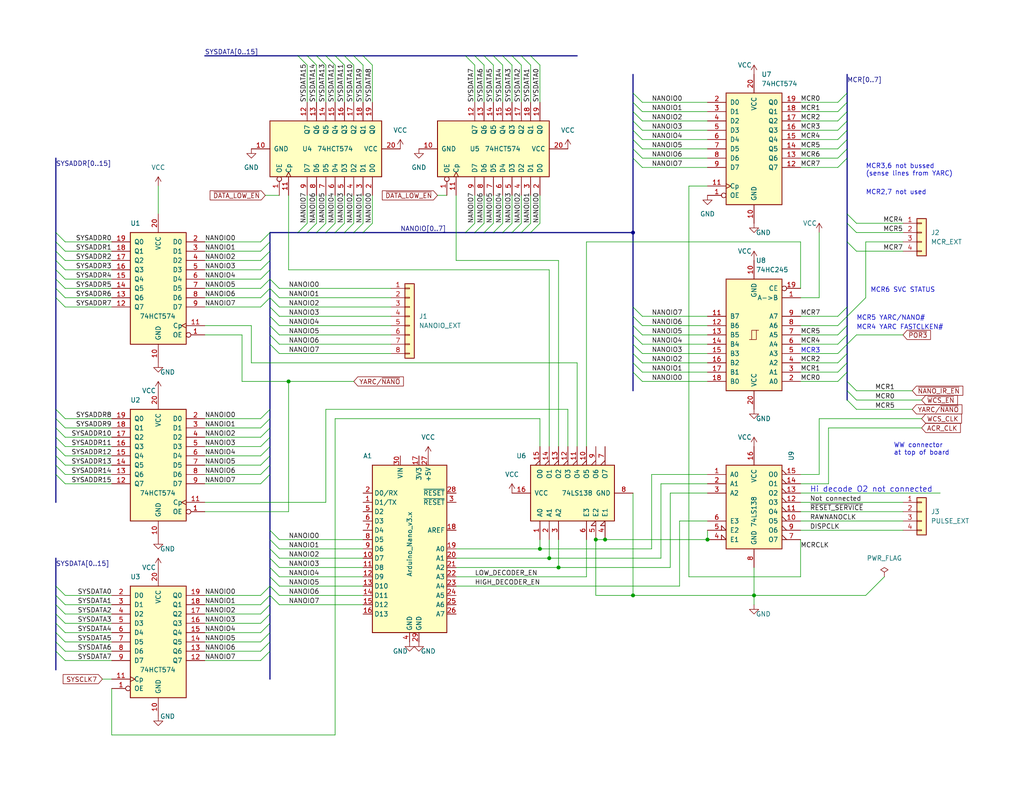
<source format=kicad_sch>
(kicad_sch (version 20211123) (generator eeschema)
  (paper "USLetter")
  (lib_symbols
    (symbol "74xx:74HC245" (pin_names (offset 1.016))
      (property "Reference" "U" (at -7.62 16.51 0))
      (property "Value" "74HC245" (at -7.62 -16.51 0))
      (symbol "74HC245_1_0"
        (polyline (pts (xy -0.635 -1.27) (xy -0.635 1.27) (xy 0.635 1.27)))
        (polyline (pts (xy -1.27 -1.27) (xy 0.635 -1.27) (xy 0.635 1.27) (xy 1.27 1.27)))
        (pin input line (at -12.7 -10.16 0) (length 5.08) (name "A->B") (number "1"))
        (pin power_in line (at 0 -20.32 90) (length 5.08) (name "GND") (number "10"))
        (pin tri_state line (at 12.7 -5.08 180) (length 5.08) (name "B7") (number "11"))
        (pin tri_state line (at 12.7 -2.54 180) (length 5.08) (name "B6") (number "12"))
        (pin tri_state line (at 12.7 0 180) (length 5.08) (name "B5") (number "13"))
        (pin tri_state line (at 12.7 2.54 180) (length 5.08) (name "B4") (number "14"))
        (pin tri_state line (at 12.7 5.08 180) (length 5.08) (name "B3") (number "15"))
        (pin tri_state line (at 12.7 7.62 180) (length 5.08) (name "B2") (number "16"))
        (pin tri_state line (at 12.7 10.16 180) (length 5.08) (name "B1") (number "17"))
        (pin tri_state line (at 12.7 12.7 180) (length 5.08) (name "B0") (number "18"))
        (pin input inverted (at -12.7 -12.7 0) (length 5.08) (name "CE") (number "19"))
        (pin tri_state line (at -12.7 12.7 0) (length 5.08) (name "A0") (number "2"))
        (pin power_in line (at 0 20.32 270) (length 5.08) (name "VCC") (number "20"))
        (pin tri_state line (at -12.7 10.16 0) (length 5.08) (name "A1") (number "3"))
        (pin tri_state line (at -12.7 7.62 0) (length 5.08) (name "A2") (number "4"))
        (pin tri_state line (at -12.7 5.08 0) (length 5.08) (name "A3") (number "5"))
        (pin tri_state line (at -12.7 2.54 0) (length 5.08) (name "A4") (number "6"))
        (pin tri_state line (at -12.7 0 0) (length 5.08) (name "A5") (number "7"))
        (pin tri_state line (at -12.7 -2.54 0) (length 5.08) (name "A6") (number "8"))
        (pin tri_state line (at -12.7 -5.08 0) (length 5.08) (name "A7") (number "9"))
      )
      (symbol "74HC245_1_1"
        (rectangle (start -7.62 15.24) (end 7.62 -15.24) (stroke (width 0.254)) (fill (type background)))
      )
    )
    (symbol "74xx:74HCT574" (pin_names (offset 1.016))
      (property "Reference" "U" (at -7.62 16.51 0))
      (property "Value" "74HCT574" (at -7.62 -16.51 0))
      (symbol "74HCT574_1_0"
        (pin input inverted (at -12.7 -12.7 0) (length 5.08) (name "OE") (number "1"))
        (pin power_in line (at 0 -20.32 90) (length 5.08) (name "GND") (number "10"))
        (pin input clock (at -12.7 -10.16 0) (length 5.08) (name "Cp") (number "11"))
        (pin tri_state line (at 12.7 -5.08 180) (length 5.08) (name "Q7") (number "12"))
        (pin tri_state line (at 12.7 -2.54 180) (length 5.08) (name "Q6") (number "13"))
        (pin tri_state line (at 12.7 0 180) (length 5.08) (name "Q5") (number "14"))
        (pin tri_state line (at 12.7 2.54 180) (length 5.08) (name "Q4") (number "15"))
        (pin tri_state line (at 12.7 5.08 180) (length 5.08) (name "Q3") (number "16"))
        (pin tri_state line (at 12.7 7.62 180) (length 5.08) (name "Q2") (number "17"))
        (pin tri_state line (at 12.7 10.16 180) (length 5.08) (name "Q1") (number "18"))
        (pin tri_state line (at 12.7 12.7 180) (length 5.08) (name "Q0") (number "19"))
        (pin input line (at -12.7 12.7 0) (length 5.08) (name "D0") (number "2"))
        (pin power_in line (at 0 20.32 270) (length 5.08) (name "VCC") (number "20"))
        (pin input line (at -12.7 10.16 0) (length 5.08) (name "D1") (number "3"))
        (pin input line (at -12.7 7.62 0) (length 5.08) (name "D2") (number "4"))
        (pin input line (at -12.7 5.08 0) (length 5.08) (name "D3") (number "5"))
        (pin input line (at -12.7 2.54 0) (length 5.08) (name "D4") (number "6"))
        (pin input line (at -12.7 0 0) (length 5.08) (name "D5") (number "7"))
        (pin input line (at -12.7 -2.54 0) (length 5.08) (name "D6") (number "8"))
        (pin input line (at -12.7 -5.08 0) (length 5.08) (name "D7") (number "9"))
      )
      (symbol "74HCT574_1_1"
        (rectangle (start -7.62 15.24) (end 7.62 -15.24) (stroke (width 0.254)) (fill (type background)))
      )
    )
    (symbol "74xx:74LS138" (pin_names (offset 1.016))
      (property "Reference" "U" (at -7.62 11.43 0))
      (property "Value" "74LS138" (at -7.62 -13.97 0))
      (symbol "74LS138_1_0"
        (pin input line (at -12.7 7.62 0) (length 5.08) (name "A0") (number "1"))
        (pin output output_low (at 12.7 -5.08 180) (length 5.08) (name "O5") (number "10"))
        (pin output output_low (at 12.7 -2.54 180) (length 5.08) (name "O4") (number "11"))
        (pin output output_low (at 12.7 0 180) (length 5.08) (name "O3") (number "12"))
        (pin output output_low (at 12.7 2.54 180) (length 5.08) (name "O2") (number "13"))
        (pin output output_low (at 12.7 5.08 180) (length 5.08) (name "O1") (number "14"))
        (pin output output_low (at 12.7 7.62 180) (length 5.08) (name "O0") (number "15"))
        (pin power_in line (at 0 15.24 270) (length 5.08) (name "VCC") (number "16"))
        (pin input line (at -12.7 5.08 0) (length 5.08) (name "A1") (number "2"))
        (pin input line (at -12.7 2.54 0) (length 5.08) (name "A2") (number "3"))
        (pin input input_low (at -12.7 -10.16 0) (length 5.08) (name "E1") (number "4"))
        (pin input input_low (at -12.7 -7.62 0) (length 5.08) (name "E2") (number "5"))
        (pin input line (at -12.7 -5.08 0) (length 5.08) (name "E3") (number "6"))
        (pin output output_low (at 12.7 -10.16 180) (length 5.08) (name "O7") (number "7"))
        (pin power_in line (at 0 -17.78 90) (length 5.08) (name "GND") (number "8"))
        (pin output output_low (at 12.7 -7.62 180) (length 5.08) (name "O6") (number "9"))
      )
      (symbol "74LS138_1_1"
        (rectangle (start -7.62 10.16) (end 7.62 -12.7) (stroke (width 0.254)) (fill (type background)))
      )
    )
    (symbol "Connector_Generic:Conn_01x04" (pin_names (offset 1.016) hide)
      (property "Reference" "J" (at 0 5.08 0))
      (property "Value" "Conn_01x04" (at 0 -7.62 0))
      (symbol "Conn_01x04_1_1"
        (rectangle (start -1.27 -4.953) (end 0 -5.207) (stroke (width 0.1524)))
        (rectangle (start -1.27 -2.413) (end 0 -2.667) (stroke (width 0.1524)))
        (rectangle (start -1.27 0.127) (end 0 -0.127) (stroke (width 0.1524)))
        (rectangle (start -1.27 2.667) (end 0 2.413) (stroke (width 0.1524)))
        (rectangle (start -1.27 3.81) (end 1.27 -6.35) (stroke (width 0.254)) (fill (type background)))
        (pin passive line (at -5.08 2.54 0) (length 3.81) (name "Pin_1") (number "1"))
        (pin passive line (at -5.08 0 0) (length 3.81) (name "Pin_2") (number "2"))
        (pin passive line (at -5.08 -2.54 0) (length 3.81) (name "Pin_3") (number "3"))
        (pin passive line (at -5.08 -5.08 0) (length 3.81) (name "Pin_4") (number "4"))
      )
    )
    (symbol "Connector_Generic:Conn_01x08" (pin_names (offset 1.016) hide)
      (property "Reference" "J" (at 0 10.16 0))
      (property "Value" "Conn_01x08" (at 0 -12.7 0))
      (symbol "Conn_01x08_1_1"
        (rectangle (start -1.27 -10.033) (end 0 -10.287) (stroke (width 0.1524)))
        (rectangle (start -1.27 -7.493) (end 0 -7.747) (stroke (width 0.1524)))
        (rectangle (start -1.27 -4.953) (end 0 -5.207) (stroke (width 0.1524)))
        (rectangle (start -1.27 -2.413) (end 0 -2.667) (stroke (width 0.1524)))
        (rectangle (start -1.27 0.127) (end 0 -0.127) (stroke (width 0.1524)))
        (rectangle (start -1.27 2.667) (end 0 2.413) (stroke (width 0.1524)))
        (rectangle (start -1.27 5.207) (end 0 4.953) (stroke (width 0.1524)))
        (rectangle (start -1.27 7.747) (end 0 7.493) (stroke (width 0.1524)))
        (rectangle (start -1.27 8.89) (end 1.27 -11.43) (stroke (width 0.254)) (fill (type background)))
        (pin passive line (at -5.08 7.62 0) (length 3.81) (name "Pin_1") (number "1"))
        (pin passive line (at -5.08 5.08 0) (length 3.81) (name "Pin_2") (number "2"))
        (pin passive line (at -5.08 2.54 0) (length 3.81) (name "Pin_3") (number "3"))
        (pin passive line (at -5.08 0 0) (length 3.81) (name "Pin_4") (number "4"))
        (pin passive line (at -5.08 -2.54 0) (length 3.81) (name "Pin_5") (number "5"))
        (pin passive line (at -5.08 -5.08 0) (length 3.81) (name "Pin_6") (number "6"))
        (pin passive line (at -5.08 -7.62 0) (length 3.81) (name "Pin_7") (number "7"))
        (pin passive line (at -5.08 -10.16 0) (length 3.81) (name "Pin_8") (number "8"))
      )
    )
    (symbol "MCU_Module:Arduino_Nano_v3.x"
      (property "Reference" "A" (at -10.16 23.495 0))
      (property "Value" "Arduino_Nano_v3.x" (at 5.08 -24.13 0))
      (symbol "Arduino_Nano_v3.x_0_1"
        (rectangle (start -10.16 22.86) (end 10.16 -22.86) (stroke (width 0.254)) (fill (type background)))
      )
      (symbol "Arduino_Nano_v3.x_1_1"
        (pin bidirectional line (at -12.7 12.7 0) (length 2.54) (name "D1/TX") (number "1"))
        (pin bidirectional line (at -12.7 -2.54 0) (length 2.54) (name "D7") (number "10"))
        (pin bidirectional line (at -12.7 -5.08 0) (length 2.54) (name "D8") (number "11"))
        (pin bidirectional line (at -12.7 -7.62 0) (length 2.54) (name "D9") (number "12"))
        (pin bidirectional line (at -12.7 -10.16 0) (length 2.54) (name "D10") (number "13"))
        (pin bidirectional line (at -12.7 -12.7 0) (length 2.54) (name "D11") (number "14"))
        (pin bidirectional line (at -12.7 -15.24 0) (length 2.54) (name "D12") (number "15"))
        (pin bidirectional line (at -12.7 -17.78 0) (length 2.54) (name "D13") (number "16"))
        (pin power_out line (at 2.54 25.4 270) (length 2.54) (name "3V3") (number "17"))
        (pin input line (at 12.7 5.08 180) (length 2.54) (name "AREF") (number "18"))
        (pin bidirectional line (at 12.7 0 180) (length 2.54) (name "A0") (number "19"))
        (pin bidirectional line (at -12.7 15.24 0) (length 2.54) (name "D0/RX") (number "2"))
        (pin bidirectional line (at 12.7 -2.54 180) (length 2.54) (name "A1") (number "20"))
        (pin bidirectional line (at 12.7 -5.08 180) (length 2.54) (name "A2") (number "21"))
        (pin bidirectional line (at 12.7 -7.62 180) (length 2.54) (name "A3") (number "22"))
        (pin bidirectional line (at 12.7 -10.16 180) (length 2.54) (name "A4") (number "23"))
        (pin bidirectional line (at 12.7 -12.7 180) (length 2.54) (name "A5") (number "24"))
        (pin bidirectional line (at 12.7 -15.24 180) (length 2.54) (name "A6") (number "25"))
        (pin bidirectional line (at 12.7 -17.78 180) (length 2.54) (name "A7") (number "26"))
        (pin power_out line (at 5.08 25.4 270) (length 2.54) (name "+5V") (number "27"))
        (pin input line (at 12.7 15.24 180) (length 2.54) (name "~{RESET}") (number "28"))
        (pin power_in line (at 2.54 -25.4 90) (length 2.54) (name "GND") (number "29"))
        (pin input line (at 12.7 12.7 180) (length 2.54) (name "~{RESET}") (number "3"))
        (pin power_in line (at -2.54 25.4 270) (length 2.54) (name "VIN") (number "30"))
        (pin power_in line (at 0 -25.4 90) (length 2.54) (name "GND") (number "4"))
        (pin bidirectional line (at -12.7 10.16 0) (length 2.54) (name "D2") (number "5"))
        (pin bidirectional line (at -12.7 7.62 0) (length 2.54) (name "D3") (number "6"))
        (pin bidirectional line (at -12.7 5.08 0) (length 2.54) (name "D4") (number "7"))
        (pin bidirectional line (at -12.7 2.54 0) (length 2.54) (name "D5") (number "8"))
        (pin bidirectional line (at -12.7 0 0) (length 2.54) (name "D6") (number "9"))
      )
    )
    (symbol "power:GND" (power) (pin_names (offset 0))
      (property "Value" "GND" (at 0 -3.81 0))
      (symbol "GND_0_1"
        (polyline (pts (xy 0 0) (xy 0 -1.27) (xy 1.27 -1.27) (xy 0 -2.54) (xy -1.27 -1.27) (xy 0 -1.27)))
      )
      (symbol "GND_1_1"
        (pin power_in line (at 0 0 270) (length 0) hide (name "GND") (number "1"))
      )
    )
    (symbol "power:PWR_FLAG" (power) (pin_numbers hide) (pin_names (offset 0) hide)
      (property "Value" "PWR_FLAG" (at 0 3.81 0))
      (symbol "PWR_FLAG_0_0"
        (pin power_out line (at 0 0 90) (length 0) (name "pwr") (number "1"))
      )
      (symbol "PWR_FLAG_0_1"
        (polyline (pts (xy 0 0) (xy 0 1.27) (xy -1.016 1.905) (xy 0 2.54) (xy 1.016 1.905) (xy 0 1.27)))
      )
    )
    (symbol "power:VCC" (power) (pin_names (offset 0))
      (property "Value" "VCC" (at 0 3.81 0))
      (symbol "VCC_0_1"
        (polyline (pts (xy -0.762 1.27) (xy 0 2.54)))
        (polyline (pts (xy 0 0) (xy 0 2.54)))
        (polyline (pts (xy 0 2.54) (xy 0.762 1.27)))
      )
      (symbol "VCC_1_1"
        (pin power_in line (at 0 0 90) (length 0) hide (name "VCC") (number "1"))
      )
    )
  )
  (junction (at 152.4 154.94))
  (junction (at 172.72 63.5))
  (junction (at 205.74 162.56))
  (junction (at 78.74 104.14))
  (junction (at 193.04 147.32))
  (junction (at 172.72 162.56))
  (junction (at 162.56 147.32))
  (junction (at 149.86 152.4))
  (junction (at 165.1 147.32))
  (junction (at 147.32 149.86))
  (bus_entry (at 15.24 172.72) (size 2.54 2.54))
  (bus_entry (at 231.14 30.48) (size -2.54 2.54))
  (bus_entry (at 15.24 81.28) (size 2.54 2.54))
  (bus_entry (at 73.66 172.72) (size -2.54 2.54))
  (bus_entry (at 73.66 116.84) (size -2.54 2.54))
  (bus_entry (at 99.06 15.24) (size 2.54 2.54))
  (bus_entry (at 172.72 33.02) (size 2.54 2.54))
  (bus_entry (at 15.24 160.02) (size 2.54 2.54))
  (bus_entry (at 73.66 86.36) (size 2.54 2.54))
  (bus_entry (at 137.16 15.24) (size 2.54 2.54))
  (bus_entry (at 73.66 129.54) (size -2.54 2.54))
  (bus_entry (at 73.66 147.32) (size 2.54 2.54))
  (bus_entry (at 172.72 99.06) (size 2.54 2.54))
  (bus_entry (at 172.72 88.9) (size 2.54 2.54))
  (bus_entry (at 81.28 63.5) (size 2.54 -2.54))
  (bus_entry (at 172.72 27.94) (size 2.54 2.54))
  (bus_entry (at 73.66 177.8) (size -2.54 2.54))
  (bus_entry (at 15.24 127) (size 2.54 2.54))
  (bus_entry (at 132.08 63.5) (size 2.54 -2.54))
  (bus_entry (at 15.24 129.54) (size 2.54 2.54))
  (bus_entry (at 172.72 96.52) (size 2.54 2.54))
  (bus_entry (at 73.66 149.86) (size 2.54 2.54))
  (bus_entry (at 231.14 109.22) (size 2.54 2.54))
  (bus_entry (at 231.14 40.64) (size -2.54 2.54))
  (bus_entry (at 231.14 106.68) (size 2.54 2.54))
  (bus_entry (at 93.98 63.5) (size 2.54 -2.54))
  (bus_entry (at 231.14 35.56) (size -2.54 2.54))
  (bus_entry (at 73.66 66.04) (size -2.54 2.54))
  (bus_entry (at 73.66 170.18) (size -2.54 2.54))
  (bus_entry (at 83.82 63.5) (size 2.54 -2.54))
  (bus_entry (at 231.14 66.04) (size 2.54 2.54))
  (bus_entry (at 15.24 114.3) (size 2.54 2.54))
  (bus_entry (at 172.72 101.6) (size 2.54 2.54))
  (bus_entry (at 73.66 71.12) (size -2.54 2.54))
  (bus_entry (at 88.9 15.24) (size 2.54 2.54))
  (bus_entry (at 127 63.5) (size 2.54 -2.54))
  (bus_entry (at 73.66 154.94) (size 2.54 2.54))
  (bus_entry (at 172.72 86.36) (size 2.54 2.54))
  (bus_entry (at 73.66 93.98) (size 2.54 2.54))
  (bus_entry (at 93.98 15.24) (size 2.54 2.54))
  (bus_entry (at 15.24 111.76) (size 2.54 2.54))
  (bus_entry (at 73.66 114.3) (size -2.54 2.54))
  (bus_entry (at 73.66 91.44) (size 2.54 2.54))
  (bus_entry (at 73.66 78.74) (size 2.54 2.54))
  (bus_entry (at 91.44 63.5) (size 2.54 -2.54))
  (bus_entry (at 73.66 68.58) (size -2.54 2.54))
  (bus_entry (at 86.36 63.5) (size 2.54 -2.54))
  (bus_entry (at 172.72 35.56) (size 2.54 2.54))
  (bus_entry (at 73.66 124.46) (size -2.54 2.54))
  (bus_entry (at 73.66 81.28) (size -2.54 2.54))
  (bus_entry (at 86.36 15.24) (size 2.54 2.54))
  (bus_entry (at 142.24 15.24) (size 2.54 2.54))
  (bus_entry (at 73.66 144.78) (size 2.54 2.54))
  (bus_entry (at 172.72 30.48) (size 2.54 2.54))
  (bus_entry (at 96.52 63.5) (size 2.54 -2.54))
  (bus_entry (at 15.24 63.5) (size 2.54 2.54))
  (bus_entry (at 15.24 73.66) (size 2.54 2.54))
  (bus_entry (at 73.66 127) (size -2.54 2.54))
  (bus_entry (at 172.72 91.44) (size 2.54 2.54))
  (bus_entry (at 73.66 76.2) (size -2.54 2.54))
  (bus_entry (at 139.7 63.5) (size 2.54 -2.54))
  (bus_entry (at 129.54 15.24) (size 2.54 2.54))
  (bus_entry (at 73.66 78.74) (size -2.54 2.54))
  (bus_entry (at 73.66 175.26) (size -2.54 2.54))
  (bus_entry (at 172.72 43.18) (size 2.54 2.54))
  (bus_entry (at 231.14 60.96) (size 2.54 2.54))
  (bus_entry (at 73.66 167.64) (size -2.54 2.54))
  (bus_entry (at 15.24 165.1) (size 2.54 2.54))
  (bus_entry (at 172.72 40.64) (size 2.54 2.54))
  (bus_entry (at 73.66 157.48) (size 2.54 2.54))
  (bus_entry (at 231.14 96.52) (size -2.54 2.54))
  (bus_entry (at 172.72 83.82) (size 2.54 2.54))
  (bus_entry (at 73.66 111.76) (size -2.54 2.54))
  (bus_entry (at 15.24 66.04) (size 2.54 2.54))
  (bus_entry (at 139.7 15.24) (size 2.54 2.54))
  (bus_entry (at 132.08 15.24) (size 2.54 2.54))
  (bus_entry (at 15.24 116.84) (size 2.54 2.54))
  (bus_entry (at 144.78 15.24) (size 2.54 2.54))
  (bus_entry (at 15.24 71.12) (size 2.54 2.54))
  (bus_entry (at 99.06 63.5) (size 2.54 -2.54))
  (bus_entry (at 134.62 15.24) (size 2.54 2.54))
  (bus_entry (at 15.24 177.8) (size 2.54 2.54))
  (bus_entry (at 172.72 93.98) (size 2.54 2.54))
  (bus_entry (at 73.66 162.56) (size -2.54 2.54))
  (bus_entry (at 134.62 63.5) (size 2.54 -2.54))
  (bus_entry (at 73.66 81.28) (size 2.54 2.54))
  (bus_entry (at 172.72 38.1) (size 2.54 2.54))
  (bus_entry (at 231.14 38.1) (size -2.54 2.54))
  (bus_entry (at 83.82 15.24) (size 2.54 2.54))
  (bus_entry (at 91.44 15.24) (size 2.54 2.54))
  (bus_entry (at 73.66 119.38) (size -2.54 2.54))
  (bus_entry (at 88.9 63.5) (size 2.54 -2.54))
  (bus_entry (at 15.24 170.18) (size 2.54 2.54))
  (bus_entry (at 15.24 76.2) (size 2.54 2.54))
  (bus_entry (at 15.24 78.74) (size 2.54 2.54))
  (bus_entry (at 73.66 76.2) (size 2.54 2.54))
  (bus_entry (at 73.66 165.1) (size -2.54 2.54))
  (bus_entry (at 172.72 25.4) (size 2.54 2.54))
  (bus_entry (at 15.24 175.26) (size 2.54 2.54))
  (bus_entry (at 231.14 91.44) (size -2.54 2.54))
  (bus_entry (at 231.14 104.14) (size 2.54 2.54))
  (bus_entry (at 73.66 160.02) (size -2.54 2.54))
  (bus_entry (at 73.66 162.56) (size 2.54 2.54))
  (bus_entry (at 127 15.24) (size 2.54 2.54))
  (bus_entry (at 15.24 124.46) (size 2.54 2.54))
  (bus_entry (at 15.24 162.56) (size 2.54 2.54))
  (bus_entry (at 231.14 25.4) (size -2.54 2.54))
  (bus_entry (at 231.14 27.94) (size -2.54 2.54))
  (bus_entry (at 73.66 83.82) (size 2.54 2.54))
  (bus_entry (at 73.66 88.9) (size 2.54 2.54))
  (bus_entry (at 96.52 15.24) (size 2.54 2.54))
  (bus_entry (at 15.24 167.64) (size 2.54 2.54))
  (bus_entry (at 144.78 63.5) (size 2.54 -2.54))
  (bus_entry (at 231.14 43.18) (size -2.54 2.54))
  (bus_entry (at 73.66 152.4) (size 2.54 2.54))
  (bus_entry (at 231.14 83.82) (size -2.54 2.54))
  (bus_entry (at 81.28 15.24) (size 2.54 2.54))
  (bus_entry (at 231.14 99.06) (size -2.54 2.54))
  (bus_entry (at 15.24 121.92) (size 2.54 2.54))
  (bus_entry (at 73.66 121.92) (size -2.54 2.54))
  (bus_entry (at 73.66 160.02) (size 2.54 2.54))
  (bus_entry (at 137.16 63.5) (size 2.54 -2.54))
  (bus_entry (at 142.24 63.5) (size 2.54 -2.54))
  (bus_entry (at 73.66 63.5) (size -2.54 2.54))
  (bus_entry (at 73.66 73.66) (size -2.54 2.54))
  (bus_entry (at 231.14 58.42) (size 2.54 2.54))
  (bus_entry (at 15.24 119.38) (size 2.54 2.54))
  (bus_entry (at 231.14 88.9) (size -2.54 2.54))
  (bus_entry (at 15.24 68.58) (size 2.54 2.54))
  (bus_entry (at 231.14 33.02) (size -2.54 2.54))
  (bus_entry (at 231.14 101.6) (size -2.54 2.54))
  (bus_entry (at 129.54 63.5) (size 2.54 -2.54))
  (wire (pts (xy 71.12 177.8) (xy 55.88 177.8)))
  (wire (pts (xy 134.62 17.78) (xy 134.62 27.94)))
  (wire (pts (xy 137.16 17.78) (xy 137.16 27.94)))
  (bus (pts (xy 15.24 111.76) (xy 15.24 114.3)))
  (bus (pts (xy 132.08 15.24) (xy 134.62 15.24)))
  (wire (pts (xy 78.74 73.66) (xy 149.86 73.66)))
  (wire (pts (xy 233.68 68.58) (xy 246.38 68.58)))
  (bus (pts (xy 86.36 15.24) (xy 88.9 15.24)))
  (bus (pts (xy 15.24 78.74) (xy 15.24 81.28)))
  (wire (pts (xy 129.54 17.78) (xy 129.54 27.94)))
  (bus (pts (xy 73.66 121.92) (xy 73.66 124.46)))
  (wire (pts (xy 76.2 154.94) (xy 99.06 154.94)))
  (bus (pts (xy 81.28 15.24) (xy 83.82 15.24)))
  (bus (pts (xy 142.24 15.24) (xy 144.78 15.24)))
  (bus (pts (xy 132.08 63.5) (xy 129.54 63.5)))
  (wire (pts (xy 83.82 17.78) (xy 83.82 27.94)))
  (wire (pts (xy 226.06 116.84) (xy 226.06 132.08)))
  (bus (pts (xy 172.72 86.36) (xy 172.72 88.9)))
  (bus (pts (xy 15.24 170.18) (xy 15.24 172.72)))
  (bus (pts (xy 231.14 30.48) (xy 231.14 33.02)))
  (wire (pts (xy 175.26 27.94) (xy 193.04 27.94)))
  (bus (pts (xy 55.88 15.24) (xy 81.28 15.24)))
  (wire (pts (xy 76.2 86.36) (xy 106.68 86.36)))
  (bus (pts (xy 231.14 91.44) (xy 231.14 96.52)))
  (wire (pts (xy 76.2 157.48) (xy 99.06 157.48)))
  (bus (pts (xy 73.66 149.86) (xy 73.66 152.4)))
  (bus (pts (xy 88.9 63.5) (xy 86.36 63.5)))
  (bus (pts (xy 15.24 129.54) (xy 15.24 137.16)))
  (wire (pts (xy 175.26 88.9) (xy 193.04 88.9)))
  (wire (pts (xy 132.08 60.96) (xy 132.08 53.34)))
  (wire (pts (xy 218.44 134.62) (xy 256.54 134.62)))
  (wire (pts (xy 139.7 60.96) (xy 139.7 53.34)))
  (bus (pts (xy 231.14 83.82) (xy 231.14 88.9)))
  (bus (pts (xy 73.66 167.64) (xy 73.66 170.18)))
  (wire (pts (xy 175.26 35.56) (xy 193.04 35.56)))
  (wire (pts (xy 236.22 66.04) (xy 236.22 81.28)))
  (wire (pts (xy 228.6 93.98) (xy 218.44 93.98)))
  (wire (pts (xy 218.44 96.52) (xy 228.6 96.52)))
  (wire (pts (xy 66.04 104.14) (xy 78.74 104.14)))
  (bus (pts (xy 73.66 68.58) (xy 73.66 71.12)))
  (bus (pts (xy 231.14 58.42) (xy 231.14 60.96)))
  (wire (pts (xy 175.26 86.36) (xy 193.04 86.36)))
  (wire (pts (xy 78.74 53.34) (xy 78.74 73.66)))
  (bus (pts (xy 15.24 81.28) (xy 15.24 111.76)))
  (wire (pts (xy 193.04 144.78) (xy 193.04 147.32)))
  (wire (pts (xy 71.12 175.26) (xy 55.88 175.26)))
  (wire (pts (xy 17.78 162.56) (xy 30.48 162.56)))
  (wire (pts (xy 76.2 96.52) (xy 106.68 96.52)))
  (wire (pts (xy 17.78 68.58) (xy 30.48 68.58)))
  (bus (pts (xy 172.72 38.1) (xy 172.72 40.64)))
  (bus (pts (xy 93.98 15.24) (xy 96.52 15.24)))
  (wire (pts (xy 172.72 162.56) (xy 162.56 162.56)))
  (wire (pts (xy 228.6 35.56) (xy 218.44 35.56)))
  (wire (pts (xy 17.78 76.2) (xy 30.48 76.2)))
  (wire (pts (xy 17.78 172.72) (xy 30.48 172.72)))
  (wire (pts (xy 17.78 81.28) (xy 30.48 81.28)))
  (bus (pts (xy 231.14 96.52) (xy 231.14 99.06)))
  (wire (pts (xy 233.68 63.5) (xy 246.38 63.5)))
  (bus (pts (xy 73.66 170.18) (xy 73.66 172.72)))
  (wire (pts (xy 17.78 170.18) (xy 30.48 170.18)))
  (bus (pts (xy 231.14 27.94) (xy 231.14 30.48)))
  (wire (pts (xy 78.74 139.7) (xy 78.74 104.14)))
  (wire (pts (xy 185.42 142.24) (xy 193.04 142.24)))
  (wire (pts (xy 149.86 73.66) (xy 149.86 121.92)))
  (wire (pts (xy 30.48 200.66) (xy 30.48 187.96)))
  (bus (pts (xy 73.66 119.38) (xy 73.66 121.92)))
  (bus (pts (xy 139.7 15.24) (xy 142.24 15.24)))
  (wire (pts (xy 17.78 167.64) (xy 30.48 167.64)))
  (bus (pts (xy 73.66 160.02) (xy 73.66 162.56)))
  (wire (pts (xy 160.02 157.48) (xy 160.02 147.32)))
  (wire (pts (xy 68.58 88.9) (xy 68.58 99.06)))
  (wire (pts (xy 147.32 114.3) (xy 91.44 114.3)))
  (wire (pts (xy 91.44 114.3) (xy 91.44 200.66)))
  (bus (pts (xy 15.24 121.92) (xy 15.24 124.46)))
  (bus (pts (xy 172.72 93.98) (xy 172.72 96.52)))
  (bus (pts (xy 99.06 15.24) (xy 127 15.24)))
  (wire (pts (xy 71.12 170.18) (xy 55.88 170.18)))
  (bus (pts (xy 142.24 63.5) (xy 139.7 63.5)))
  (bus (pts (xy 134.62 15.24) (xy 137.16 15.24)))
  (bus (pts (xy 88.9 15.24) (xy 91.44 15.24)))
  (wire (pts (xy 177.8 129.54) (xy 177.8 149.86)))
  (bus (pts (xy 172.72 27.94) (xy 172.72 30.48)))
  (wire (pts (xy 218.44 66.04) (xy 160.02 66.04)))
  (wire (pts (xy 228.6 86.36) (xy 218.44 86.36)))
  (bus (pts (xy 231.14 38.1) (xy 231.14 40.64)))
  (wire (pts (xy 142.24 60.96) (xy 142.24 53.34)))
  (bus (pts (xy 73.66 114.3) (xy 73.66 116.84)))
  (wire (pts (xy 17.78 78.74) (xy 30.48 78.74)))
  (bus (pts (xy 231.14 40.64) (xy 231.14 43.18)))
  (bus (pts (xy 83.82 63.5) (xy 81.28 63.5)))
  (bus (pts (xy 137.16 15.24) (xy 139.7 15.24)))
  (wire (pts (xy 93.98 17.78) (xy 93.98 27.94)))
  (wire (pts (xy 76.2 83.82) (xy 106.68 83.82)))
  (wire (pts (xy 218.44 139.7) (xy 246.38 139.7)))
  (bus (pts (xy 73.66 78.74) (xy 73.66 81.28)))
  (bus (pts (xy 231.14 35.56) (xy 231.14 38.1)))
  (bus (pts (xy 231.14 66.04) (xy 231.14 83.82)))
  (wire (pts (xy 228.6 33.02) (xy 218.44 33.02)))
  (wire (pts (xy 157.48 99.06) (xy 157.48 121.92)))
  (wire (pts (xy 147.32 17.78) (xy 147.32 27.94)))
  (bus (pts (xy 15.24 68.58) (xy 15.24 71.12)))
  (wire (pts (xy 233.68 106.68) (xy 248.92 106.68)))
  (bus (pts (xy 15.24 73.66) (xy 15.24 76.2)))
  (wire (pts (xy 147.32 60.96) (xy 147.32 53.34)))
  (wire (pts (xy 246.38 66.04) (xy 236.22 66.04)))
  (wire (pts (xy 129.54 60.96) (xy 129.54 53.34)))
  (wire (pts (xy 17.78 177.8) (xy 30.48 177.8)))
  (bus (pts (xy 15.24 76.2) (xy 15.24 78.74)))
  (bus (pts (xy 172.72 83.82) (xy 172.72 86.36)))
  (wire (pts (xy 228.6 30.48) (xy 218.44 30.48)))
  (bus (pts (xy 139.7 63.5) (xy 137.16 63.5)))
  (bus (pts (xy 73.66 162.56) (xy 73.66 165.1)))
  (wire (pts (xy 124.46 149.86) (xy 147.32 149.86)))
  (bus (pts (xy 73.66 71.12) (xy 73.66 73.66)))
  (bus (pts (xy 144.78 63.5) (xy 172.72 63.5)))
  (bus (pts (xy 15.24 175.26) (xy 15.24 177.8)))
  (wire (pts (xy 162.56 147.32) (xy 165.1 147.32)))
  (bus (pts (xy 172.72 96.52) (xy 172.72 99.06)))
  (wire (pts (xy 71.12 162.56) (xy 55.88 162.56)))
  (bus (pts (xy 73.66 66.04) (xy 73.66 68.58)))
  (bus (pts (xy 73.66 76.2) (xy 73.66 78.74)))
  (wire (pts (xy 96.52 60.96) (xy 96.52 53.34)))
  (wire (pts (xy 17.78 71.12) (xy 30.48 71.12)))
  (wire (pts (xy 17.78 114.3) (xy 30.48 114.3)))
  (wire (pts (xy 78.74 104.14) (xy 96.52 104.14)))
  (bus (pts (xy 172.72 40.64) (xy 172.72 43.18)))
  (bus (pts (xy 129.54 15.24) (xy 132.08 15.24)))
  (bus (pts (xy 73.66 172.72) (xy 73.66 175.26)))
  (bus (pts (xy 15.24 116.84) (xy 15.24 119.38)))
  (wire (pts (xy 55.88 137.16) (xy 88.9 137.16)))
  (wire (pts (xy 251.46 114.3) (xy 223.52 114.3)))
  (wire (pts (xy 223.52 81.28) (xy 223.52 63.5)))
  (bus (pts (xy 73.66 157.48) (xy 73.66 160.02)))
  (wire (pts (xy 71.12 116.84) (xy 55.88 116.84)))
  (wire (pts (xy 71.12 114.3) (xy 55.88 114.3)))
  (wire (pts (xy 124.46 71.12) (xy 152.4 71.12)))
  (wire (pts (xy 228.6 45.72) (xy 218.44 45.72)))
  (bus (pts (xy 231.14 43.18) (xy 231.14 58.42)))
  (bus (pts (xy 73.66 129.54) (xy 73.66 144.78)))
  (wire (pts (xy 17.78 121.92) (xy 30.48 121.92)))
  (wire (pts (xy 71.12 172.72) (xy 55.88 172.72)))
  (bus (pts (xy 231.14 33.02) (xy 231.14 35.56)))
  (wire (pts (xy 152.4 71.12) (xy 152.4 121.92)))
  (bus (pts (xy 73.66 177.8) (xy 73.66 185.42)))
  (wire (pts (xy 124.46 154.94) (xy 152.4 154.94)))
  (bus (pts (xy 231.14 25.4) (xy 231.14 27.94)))
  (bus (pts (xy 73.66 86.36) (xy 73.66 88.9)))
  (wire (pts (xy 88.9 111.76) (xy 154.94 111.76)))
  (wire (pts (xy 71.12 165.1) (xy 55.88 165.1)))
  (bus (pts (xy 231.14 20.32) (xy 231.14 25.4)))
  (wire (pts (xy 17.78 116.84) (xy 30.48 116.84)))
  (wire (pts (xy 76.2 88.9) (xy 106.68 88.9)))
  (bus (pts (xy 15.24 63.5) (xy 15.24 66.04)))
  (wire (pts (xy 71.12 71.12) (xy 55.88 71.12)))
  (bus (pts (xy 15.24 160.02) (xy 15.24 162.56)))
  (bus (pts (xy 172.72 101.6) (xy 172.72 106.68)))
  (wire (pts (xy 251.46 116.84) (xy 226.06 116.84)))
  (wire (pts (xy 71.12 124.46) (xy 55.88 124.46)))
  (bus (pts (xy 73.66 91.44) (xy 73.66 93.98)))
  (wire (pts (xy 88.9 60.96) (xy 88.9 53.34)))
  (bus (pts (xy 15.24 119.38) (xy 15.24 121.92)))
  (wire (pts (xy 228.6 27.94) (xy 218.44 27.94)))
  (bus (pts (xy 15.24 162.56) (xy 15.24 165.1)))
  (wire (pts (xy 76.2 149.86) (xy 99.06 149.86)))
  (bus (pts (xy 172.72 63.5) (xy 172.72 83.82)))
  (bus (pts (xy 15.24 66.04) (xy 15.24 68.58)))
  (wire (pts (xy 165.1 147.32) (xy 193.04 147.32)))
  (wire (pts (xy 175.26 93.98) (xy 193.04 93.98)))
  (wire (pts (xy 218.44 137.16) (xy 246.38 137.16)))
  (bus (pts (xy 172.72 43.18) (xy 172.72 63.5)))
  (wire (pts (xy 182.88 154.94) (xy 152.4 154.94)))
  (wire (pts (xy 144.78 17.78) (xy 144.78 27.94)))
  (wire (pts (xy 71.12 132.08) (xy 55.88 132.08)))
  (bus (pts (xy 231.14 99.06) (xy 231.14 101.6)))
  (wire (pts (xy 154.94 111.76) (xy 154.94 121.92)))
  (wire (pts (xy 218.44 157.48) (xy 187.96 157.48)))
  (wire (pts (xy 205.74 162.56) (xy 172.72 162.56)))
  (bus (pts (xy 73.66 83.82) (xy 73.66 86.36)))
  (wire (pts (xy 132.08 17.78) (xy 132.08 27.94)))
  (bus (pts (xy 172.72 35.56) (xy 172.72 38.1)))
  (wire (pts (xy 101.6 17.78) (xy 101.6 27.94)))
  (bus (pts (xy 172.72 91.44) (xy 172.72 93.98)))
  (wire (pts (xy 71.12 81.28) (xy 55.88 81.28)))
  (bus (pts (xy 15.24 167.64) (xy 15.24 170.18)))
  (bus (pts (xy 172.72 88.9) (xy 172.72 91.44)))
  (wire (pts (xy 160.02 66.04) (xy 160.02 121.92)))
  (bus (pts (xy 231.14 104.14) (xy 231.14 106.68)))
  (wire (pts (xy 17.78 129.54) (xy 30.48 129.54)))
  (wire (pts (xy 93.98 60.96) (xy 93.98 53.34)))
  (wire (pts (xy 147.32 121.92) (xy 147.32 114.3)))
  (wire (pts (xy 76.2 160.02) (xy 99.06 160.02)))
  (wire (pts (xy 88.9 17.78) (xy 88.9 27.94)))
  (wire (pts (xy 55.88 139.7) (xy 78.74 139.7)))
  (wire (pts (xy 91.44 17.78) (xy 91.44 27.94)))
  (wire (pts (xy 180.34 152.4) (xy 149.86 152.4)))
  (bus (pts (xy 15.24 71.12) (xy 15.24 73.66)))
  (wire (pts (xy 175.26 101.6) (xy 193.04 101.6)))
  (bus (pts (xy 231.14 60.96) (xy 231.14 66.04)))
  (bus (pts (xy 231.14 101.6) (xy 231.14 104.14)))
  (bus (pts (xy 81.28 63.5) (xy 73.66 63.5)))
  (wire (pts (xy 17.78 119.38) (xy 30.48 119.38)))
  (wire (pts (xy 17.78 124.46) (xy 30.48 124.46)))
  (wire (pts (xy 68.58 99.06) (xy 157.48 99.06)))
  (bus (pts (xy 96.52 15.24) (xy 99.06 15.24)))
  (bus (pts (xy 172.72 30.48) (xy 172.72 33.02)))
  (wire (pts (xy 175.26 96.52) (xy 193.04 96.52)))
  (bus (pts (xy 15.24 43.18) (xy 15.24 63.5)))
  (wire (pts (xy 175.26 45.72) (xy 193.04 45.72)))
  (bus (pts (xy 172.72 25.4) (xy 172.72 27.94)))
  (bus (pts (xy 15.24 152.4) (xy 15.24 160.02)))
  (bus (pts (xy 73.66 63.5) (xy 73.66 66.04)))
  (wire (pts (xy 43.18 50.8) (xy 43.18 58.42)))
  (wire (pts (xy 218.44 144.78) (xy 246.38 144.78)))
  (wire (pts (xy 76.2 93.98) (xy 106.68 93.98)))
  (wire (pts (xy 76.2 162.56) (xy 99.06 162.56)))
  (wire (pts (xy 71.12 83.82) (xy 55.88 83.82)))
  (wire (pts (xy 71.12 119.38) (xy 55.88 119.38)))
  (bus (pts (xy 172.72 33.02) (xy 172.72 35.56)))
  (bus (pts (xy 144.78 15.24) (xy 157.48 15.24)))
  (bus (pts (xy 15.24 124.46) (xy 15.24 127)))
  (wire (pts (xy 91.44 200.66) (xy 30.48 200.66)))
  (wire (pts (xy 175.26 40.64) (xy 193.04 40.64)))
  (wire (pts (xy 124.46 157.48) (xy 160.02 157.48)))
  (wire (pts (xy 147.32 149.86) (xy 147.32 147.32)))
  (wire (pts (xy 99.06 17.78) (xy 99.06 27.94)))
  (wire (pts (xy 218.44 142.24) (xy 246.38 142.24)))
  (wire (pts (xy 228.6 40.64) (xy 218.44 40.64)))
  (wire (pts (xy 205.74 154.94) (xy 205.74 162.56)))
  (wire (pts (xy 76.2 165.1) (xy 99.06 165.1)))
  (wire (pts (xy 71.12 78.74) (xy 55.88 78.74)))
  (wire (pts (xy 228.6 104.14) (xy 218.44 104.14)))
  (wire (pts (xy 96.52 17.78) (xy 96.52 27.94)))
  (wire (pts (xy 55.88 91.44) (xy 66.04 91.44)))
  (wire (pts (xy 17.78 127) (xy 30.48 127)))
  (wire (pts (xy 187.96 157.48) (xy 187.96 50.8)))
  (wire (pts (xy 218.44 78.74) (xy 218.44 66.04)))
  (wire (pts (xy 17.78 132.08) (xy 30.48 132.08)))
  (wire (pts (xy 71.12 167.64) (xy 55.88 167.64)))
  (bus (pts (xy 73.66 73.66) (xy 73.66 76.2)))
  (bus (pts (xy 86.36 63.5) (xy 83.82 63.5)))
  (wire (pts (xy 71.12 129.54) (xy 55.88 129.54)))
  (bus (pts (xy 231.14 106.68) (xy 231.14 109.22)))
  (wire (pts (xy 193.04 134.62) (xy 182.88 134.62)))
  (wire (pts (xy 162.56 162.56) (xy 162.56 147.32)))
  (wire (pts (xy 76.2 91.44) (xy 106.68 91.44)))
  (wire (pts (xy 182.88 134.62) (xy 182.88 154.94)))
  (wire (pts (xy 17.78 66.04) (xy 30.48 66.04)))
  (wire (pts (xy 236.22 162.56) (xy 241.3 157.48)))
  (wire (pts (xy 233.68 111.76) (xy 248.92 111.76)))
  (bus (pts (xy 15.24 114.3) (xy 15.24 116.84)))
  (wire (pts (xy 76.2 147.32) (xy 99.06 147.32)))
  (wire (pts (xy 17.78 73.66) (xy 30.48 73.66)))
  (wire (pts (xy 152.4 154.94) (xy 152.4 147.32)))
  (bus (pts (xy 73.66 111.76) (xy 73.66 114.3)))
  (bus (pts (xy 73.66 81.28) (xy 73.66 83.82)))
  (wire (pts (xy 228.6 43.18) (xy 218.44 43.18)))
  (wire (pts (xy 134.62 60.96) (xy 134.62 53.34)))
  (wire (pts (xy 71.12 66.04) (xy 55.88 66.04)))
  (wire (pts (xy 218.44 132.08) (xy 226.06 132.08)))
  (wire (pts (xy 218.44 81.28) (xy 223.52 81.28)))
  (bus (pts (xy 73.66 152.4) (xy 73.66 154.94)))
  (bus (pts (xy 93.98 63.5) (xy 91.44 63.5)))
  (wire (pts (xy 236.22 81.28) (xy 228.6 88.9)))
  (wire (pts (xy 76.2 152.4) (xy 99.06 152.4)))
  (wire (pts (xy 180.34 132.08) (xy 180.34 152.4)))
  (wire (pts (xy 17.78 175.26) (xy 30.48 175.26)))
  (wire (pts (xy 71.12 73.66) (xy 55.88 73.66)))
  (bus (pts (xy 15.24 165.1) (xy 15.24 167.64)))
  (bus (pts (xy 144.78 63.5) (xy 142.24 63.5)))
  (bus (pts (xy 15.24 172.72) (xy 15.24 175.26)))
  (bus (pts (xy 91.44 63.5) (xy 88.9 63.5)))
  (bus (pts (xy 96.52 63.5) (xy 93.98 63.5)))
  (wire (pts (xy 228.6 88.9) (xy 218.44 88.9)))
  (wire (pts (xy 228.6 96.52) (xy 233.68 91.44)))
  (wire (pts (xy 149.86 152.4) (xy 149.86 147.32)))
  (wire (pts (xy 228.6 91.44) (xy 218.44 91.44)))
  (bus (pts (xy 73.66 88.9) (xy 73.66 91.44)))
  (wire (pts (xy 223.52 114.3) (xy 223.52 129.54)))
  (wire (pts (xy 91.44 60.96) (xy 91.44 53.34)))
  (wire (pts (xy 139.7 17.78) (xy 139.7 27.94)))
  (wire (pts (xy 101.6 60.96) (xy 101.6 53.34)))
  (wire (pts (xy 218.44 147.32) (xy 218.44 157.48)))
  (bus (pts (xy 129.54 63.5) (xy 127 63.5)))
  (bus (pts (xy 83.82 15.24) (xy 86.36 15.24)))
  (wire (pts (xy 88.9 137.16) (xy 88.9 111.76)))
  (wire (pts (xy 17.78 83.82) (xy 30.48 83.82)))
  (wire (pts (xy 144.78 60.96) (xy 144.78 53.34)))
  (wire (pts (xy 175.26 43.18) (xy 193.04 43.18)))
  (wire (pts (xy 175.26 38.1) (xy 193.04 38.1)))
  (wire (pts (xy 142.24 17.78) (xy 142.24 27.94)))
  (bus (pts (xy 172.72 20.32) (xy 172.72 25.4)))
  (wire (pts (xy 76.2 81.28) (xy 106.68 81.28)))
  (bus (pts (xy 73.66 124.46) (xy 73.66 127)))
  (wire (pts (xy 71.12 68.58) (xy 55.88 68.58)))
  (wire (pts (xy 17.78 165.1) (xy 30.48 165.1)))
  (wire (pts (xy 119.38 53.34) (xy 121.92 53.34)))
  (bus (pts (xy 231.14 88.9) (xy 231.14 91.44)))
  (wire (pts (xy 76.2 78.74) (xy 106.68 78.74)))
  (wire (pts (xy 233.68 60.96) (xy 246.38 60.96)))
  (wire (pts (xy 71.12 76.2) (xy 55.88 76.2)))
  (bus (pts (xy 99.06 63.5) (xy 127 63.5)))
  (wire (pts (xy 71.12 121.92) (xy 55.88 121.92)))
  (bus (pts (xy 15.24 177.8) (xy 15.24 182.88)))
  (bus (pts (xy 73.66 127) (xy 73.66 129.54)))
  (wire (pts (xy 83.82 60.96) (xy 83.82 53.34)))
  (wire (pts (xy 172.72 134.62) (xy 172.72 162.56)))
  (wire (pts (xy 99.06 60.96) (xy 99.06 53.34)))
  (wire (pts (xy 233.68 109.22) (xy 251.46 109.22)))
  (wire (pts (xy 193.04 129.54) (xy 177.8 129.54)))
  (bus (pts (xy 99.06 63.5) (xy 96.52 63.5)))
  (wire (pts (xy 233.68 91.44) (xy 246.38 91.44)))
  (bus (pts (xy 172.72 99.06) (xy 172.72 101.6)))
  (wire (pts (xy 66.04 91.44) (xy 66.04 104.14)))
  (wire (pts (xy 228.6 99.06) (xy 218.44 99.06)))
  (wire (pts (xy 55.88 88.9) (xy 68.58 88.9)))
  (wire (pts (xy 205.74 162.56) (xy 205.74 165.1)))
  (wire (pts (xy 175.26 104.14) (xy 193.04 104.14)))
  (wire (pts (xy 71.12 180.34) (xy 55.88 180.34)))
  (wire (pts (xy 17.78 180.34) (xy 30.48 180.34)))
  (wire (pts (xy 175.26 33.02) (xy 193.04 33.02)))
  (wire (pts (xy 175.26 99.06) (xy 193.04 99.06)))
  (wire (pts (xy 223.52 129.54) (xy 218.44 129.54)))
  (bus (pts (xy 73.66 116.84) (xy 73.66 119.38)))
  (wire (pts (xy 175.26 30.48) (xy 193.04 30.48)))
  (bus (pts (xy 91.44 15.24) (xy 93.98 15.24)))
  (wire (pts (xy 193.04 132.08) (xy 180.34 132.08)))
  (bus (pts (xy 127 15.24) (xy 129.54 15.24)))
  (bus (pts (xy 73.66 175.26) (xy 73.66 177.8)))
  (wire (pts (xy 187.96 50.8) (xy 193.04 50.8)))
  (wire (pts (xy 124.46 53.34) (xy 124.46 71.12)))
  (wire (pts (xy 137.16 60.96) (xy 137.16 53.34)))
  (wire (pts (xy 86.36 17.78) (xy 86.36 27.94)))
  (wire (pts (xy 71.12 127) (xy 55.88 127)))
  (wire (pts (xy 236.22 162.56) (xy 205.74 162.56)))
  (bus (pts (xy 73.66 93.98) (xy 73.66 111.76)))
  (bus (pts (xy 73.66 144.78) (xy 73.66 147.32)))
  (bus (pts (xy 137.16 63.5) (xy 134.62 63.5)))
  (bus (pts (xy 15.24 127) (xy 15.24 129.54)))
  (wire (pts (xy 185.42 160.02) (xy 185.42 142.24)))
  (wire (pts (xy 175.26 91.44) (xy 193.04 91.44)))
  (wire (pts (xy 228.6 101.6) (xy 218.44 101.6)))
  (bus (pts (xy 73.66 147.32) (xy 73.66 149.86)))
  (wire (pts (xy 228.6 38.1) (xy 218.44 38.1)))
  (bus (pts (xy 73.66 165.1) (xy 73.66 167.64)))
  (bus (pts (xy 134.62 63.5) (xy 132.08 63.5)))
  (wire (pts (xy 76.2 53.34) (xy 72.39 53.34)))
  (wire (pts (xy 124.46 152.4) (xy 149.86 152.4)))
  (wire (pts (xy 177.8 149.86) (xy 147.32 149.86)))
  (bus (pts (xy 73.66 154.94) (xy 73.66 157.48)))
  (wire (pts (xy 124.46 160.02) (xy 185.42 160.02)))
  (wire (pts (xy 27.94 185.42) (xy 30.48 185.42)))
  (wire (pts (xy 86.36 60.96) (xy 86.36 53.34)))
  (text "MCR3,6 not bussed\n(sense lines from YARC)" (at 236.22 48.26 0) (effects (font (size 1.27 1.27)) (justify left bottom)))
  (text "Hi decode O2 not connected" (at 220.98 134.62 0) (effects (font (size 1.524 1.524)) (justify left bottom)))
  (text "MCR5 YARC/NANO#" (at 233.68 87.63 0) (effects (font (size 1.27 1.27)) (justify left bottom)))
  (text "MCR6 SVC STATUS\n" (at 237.49 80.01 0) (effects (font (size 1.27 1.27)) (justify left bottom)))
  (text "MCR4 YARC FASTCLKEN#" (at 233.68 90.17 0) (effects (font (size 1.27 1.27)) (justify left bottom)))
  (text "MCR3" (at 218.44 96.52 0) (effects (font (size 1.27 1.27)) (justify left bottom)))
  (text "WW connector\nat top of board" (at 243.84 124.46 0) (effects (font (size 1.27 1.27)) (justify left bottom)))
  (text "MCR2,7 not used" (at 236.22 53.34 0) (effects (font (size 1.27 1.27)) (justify left bottom)))
  (label "NANOIO7" (at 177.8 86.36 0))
  (label "MCR1" (at 238.76 106.68 0))
  (label "NANOIO7" (at 83.82 60.96 90))
  (label "SYSADDR[0..15]" (at 15.24 45.72 0))
  (label "NANOIO1" (at 99.06 60.96 90))
  (label "NANOIO3" (at 55.88 170.18 0))
  (label "SYSADDR0" (at 30.48 66.04 180))
  (label "NANOIO5" (at 78.74 160.02 0))
  (label "NANOIO0" (at 78.74 147.32 0))
  (label "NANOIO1" (at 177.8 30.48 0))
  (label "SYSADDR10" (at 30.48 119.38 180))
  (label "NANOIO4" (at 78.74 88.9 0))
  (label "NANOIO2" (at 55.88 119.38 0))
  (label "SYSADDR9" (at 30.48 116.84 180))
  (label "MCR4" (at 246.38 60.96 180))
  (label "NANOIO1" (at 144.78 60.96 90))
  (label "SYSDATA15" (at 83.82 27.94 90))
  (label "NANOIO3" (at 177.8 96.52 0))
  (label "MCR7" (at 218.44 45.72 0))
  (label "NANOIO1" (at 55.88 165.1 0))
  (label "SYSADDR2" (at 30.48 71.12 180))
  (label "NANOIO2" (at 96.52 60.96 90))
  (label "NANOIO5" (at 88.9 60.96 90))
  (label "NANOIO4" (at 55.88 124.46 0))
  (label "SYSDATA13" (at 88.9 27.94 90))
  (label "NANOIO0" (at 101.6 60.96 90))
  (label "MCR5" (at 238.76 111.76 0))
  (label "NANOIO4" (at 55.88 76.2 0))
  (label "MCR2" (at 218.44 99.06 0))
  (label "NANOIO7" (at 78.74 165.1 0))
  (label "SYSADDR11" (at 30.48 121.92 180))
  (label "MCR2" (at 218.44 33.02 0))
  (label "NANOIO4" (at 55.88 172.72 0))
  (label "NANOIO[0..7]" (at 109.22 63.5 0))
  (label "LOW_DECODER_EN" (at 129.54 157.48 0))
  (label "NANOIO3" (at 55.88 121.92 0))
  (label "NANOIO6" (at 78.74 162.56 0))
  (label "SYSDATA4" (at 137.16 27.94 90))
  (label "SYSADDR4" (at 30.48 76.2 180))
  (label "DISPCLK" (at 220.98 144.78 0))
  (label "SYSDATA8" (at 101.6 27.94 90))
  (label "NANOIO2" (at 55.88 167.64 0))
  (label "NANOIO1" (at 55.88 68.58 0))
  (label "NANOIO5" (at 55.88 127 0))
  (label "SYSDATA14" (at 86.36 27.94 90))
  (label "MCR3" (at 218.44 35.56 0))
  (label "NANOIO6" (at 78.74 93.98 0))
  (label "SYSADDR1" (at 30.48 68.58 180))
  (label "NANOIO7" (at 177.8 45.72 0))
  (label "SYSDATA5" (at 134.62 27.94 90))
  (label "SYSDATA9" (at 99.06 27.94 90))
  (label "MCR6" (at 218.44 43.18 0))
  (label "NANOIO7" (at 55.88 180.34 0))
  (label "SYSDATA[0..15]" (at 55.88 15.24 0))
  (label "SYSDATA12" (at 91.44 27.94 90))
  (label "MCR0" (at 218.44 27.94 0))
  (label "NANOIO4" (at 177.8 93.98 0))
  (label "NANOIO7" (at 55.88 83.82 0))
  (label "SYSDATA0" (at 147.32 27.94 90))
  (label "NANOIO6" (at 55.88 129.54 0))
  (label "NANOIO0" (at 55.88 66.04 0))
  (label "SYSDATA7" (at 30.48 180.34 180))
  (label "NANOIO7" (at 55.88 132.08 0))
  (label "NANOIO6" (at 55.88 177.8 0))
  (label "NANOIO2" (at 177.8 33.02 0))
  (label "NANOIO0" (at 177.8 27.94 0))
  (label "MCR1" (at 218.44 101.6 0))
  (label "NANOIO7" (at 129.54 60.96 90))
  (label "NANOIO3" (at 78.74 154.94 0))
  (label "NANOIO1" (at 78.74 81.28 0))
  (label "SYSADDR8" (at 30.48 114.3 180))
  (label "NANOIO0" (at 55.88 114.3 0))
  (label "NANOIO1" (at 177.8 101.6 0))
  (label "NANOIO4" (at 78.74 157.48 0))
  (label "NANOIO0" (at 147.32 60.96 90))
  (label "MCR5" (at 218.44 40.64 0))
  (label "SYSDATA1" (at 144.78 27.94 90))
  (label "SYSDATA11" (at 93.98 27.94 90))
  (label "HIGH_DECODER_EN" (at 129.54 160.02 0))
  (label "SYSDATA6" (at 132.08 27.94 90))
  (label "NANOIO2" (at 142.24 60.96 90))
  (label "SYSADDR13" (at 30.48 127 180))
  (label "SYSDATA4" (at 30.48 172.72 180))
  (label "NANOIO6" (at 86.36 60.96 90))
  (label "SYSDATA3" (at 30.48 170.18 180))
  (label "MCRCLK" (at 218.44 149.86 0))
  (label "NANOIO0" (at 78.74 78.74 0))
  (label "NANOIO3" (at 93.98 60.96 90))
  (label "SYSDATA7" (at 129.54 27.94 90))
  (label "MCR4" (at 218.44 93.98 0))
  (label "NANOIO6" (at 55.88 81.28 0))
  (label "NANOIO6" (at 177.8 43.18 0))
  (label "NANOIO6" (at 132.08 60.96 90))
  (label "NANOIO4" (at 91.44 60.96 90))
  (label "NANOIO6" (at 177.8 88.9 0))
  (label "MCR7" (at 218.44 86.36 0))
  (label "MCR5" (at 246.38 63.5 180))
  (label "SYSADDR5" (at 30.48 78.74 180))
  (label "NANOIO1" (at 78.74 149.86 0))
  (label "SYSDATA5" (at 30.48 175.26 180))
  (label "SYSDATA1" (at 30.48 165.1 180))
  (label "NANOIO0" (at 177.8 104.14 0))
  (label "SYSDATA2" (at 30.48 167.64 180))
  (label "SYSADDR3" (at 30.48 73.66 180))
  (label "SYSADDR7" (at 30.48 83.82 180))
  (label "~{RESET_SERVICE}" (at 220.98 139.7 0))
  (label "SYSDATA3" (at 139.7 27.94 90))
  (label "NANOIO5" (at 78.74 91.44 0))
  (label "NANOIO2" (at 55.88 71.12 0))
  (label "MCR5" (at 218.44 91.44 0))
  (label "MCR0" (at 218.44 104.14 0))
  (label "NANOIO0" (at 55.88 162.56 0))
  (label "SYSDATA10" (at 96.52 27.94 90))
  (label "NANOIO4" (at 137.16 60.96 90))
  (label "NANOIO5" (at 55.88 78.74 0))
  (label "SYSADDR6" (at 30.48 81.28 180))
  (label "NANOIO2" (at 78.74 83.82 0))
  (label "RAWNANOCLK" (at 220.98 142.24 0))
  (label "SYSADDR15" (at 30.48 132.08 180))
  (label "NANOIO5" (at 55.88 175.26 0))
  (label "MCR[0..7]" (at 231.14 22.86 0))
  (label "SYSDATA0" (at 30.48 162.56 180))
  (label "NANOIO3" (at 139.7 60.96 90))
  (label "NANOIO3" (at 78.74 86.36 0))
  (label "SYSDATA6" (at 30.48 177.8 180))
  (label "NANOIO2" (at 78.74 152.4 0))
  (label "SYSADDR12" (at 30.48 124.46 180))
  (label "MCR0" (at 238.76 109.22 0))
  (label "NANOIO5" (at 134.62 60.96 90))
  (label "NANOIO1" (at 55.88 116.84 0))
  (label "SYSDATA2" (at 142.24 27.94 90))
  (label "NANOIO7" (at 78.74 96.52 0))
  (label "MCR7" (at 246.38 68.58 180))
  (label "NANOIO2" (at 177.8 99.06 0))
  (label "SYSADDR14" (at 30.48 129.54 180))
  (label "NANOIO3" (at 177.8 35.56 0))
  (label "MCR4" (at 218.44 38.1 0))
  (label "MCR1" (at 218.44 30.48 0))
  (label "SYSDATA[0..15]" (at 15.24 154.94 0))
  (label "NANOIO3" (at 55.88 73.66 0))
  (label "NANOIO5" (at 177.8 40.64 0))
  (label "NANOIO5" (at 177.8 91.44 0))
  (label "NANOIO4" (at 177.8 38.1 0))
  (label "Not connected" (at 220.98 137.16 0))
  (global_label "WCS_CLK" (shape input) (at 251.46 114.3 0) (property "Intersheet References" "${INTERSHEET_REFS}" (effects hide)))
  (global_label "~{POR3}" (shape input) (at 246.38 91.44 0) (property "Intersheet References" "${INTERSHEET_REFS}" (effects hide)))
  (global_label "ACR_CLK" (shape input) (at 251.46 116.84 0) (property "Intersheet References" "${INTERSHEET_REFS}" (effects hide)))
  (global_label "YARC{slash}~{NANO}" (shape input) (at 248.92 111.76 0) (property "Intersheet References" "${INTERSHEET_REFS}" (effects hide)))
  (global_label "~{WCS_EN}" (shape input) (at 251.46 109.22 0) (property "Intersheet References" "${INTERSHEET_REFS}" (effects hide)))
  (global_label "SYSCLK7" (shape input) (at 27.94 185.42 180) (property "Intersheet References" "${INTERSHEET_REFS}" (effects hide)))
  (global_label "YARC{slash}~{NANO}" (shape input) (at 96.52 104.14 0) (property "Intersheet References" "${INTERSHEET_REFS}" (effects hide)))
  (global_label "~{NANO_IR_EN}" (shape input) (at 248.92 106.68 0) (property "Intersheet References" "${INTERSHEET_REFS}" (effects hide)))
  (global_label "~{DATA_LOW_EN}" (shape input) (at 72.39 53.34 180) (property "Intersheet References" "${INTERSHEET_REFS}" (effects hide)))
  (global_label "~{DATA_LOW_EN}" (shape input) (at 119.38 53.34 180) (property "Intersheet References" "${INTERSHEET_REFS}" (effects hide)))
  (symbol (lib_id "74xx:74HCT574") (at 88.9 40.64 270) (mirror x) (unit 1)
    (property "Reference" "U4" (at 83.82 40.64 90))
    (property "Value" "74HCT574" (at 91.44 40.64 90))
    (property "Datasheet" "http://www.ti.com/lit/gpn/sn74HCT574" (effects hide))
  )
  (symbol (lib_id "power:PWR_FLAG") (at 241.3 157.48 0) (unit 1)
    (property "Reference" "#FLG01" (effects hide))
    (property "Value" "PWR_FLAG" (at 241.3 152.4 0))
  )
  (symbol (lib_id "74xx:74HC245") (at 205.74 91.44 180) (unit 1)
    (property "Reference" "U8" (at 206.2606 71.12 0) (effects (justify right)))
    (property "Value" "74HC245" (at 206.2606 73.66 0) (effects (justify right)))
    (property "Datasheet" "http://www.ti.com/lit/gpn/sn74HC245" (effects hide))
  )
  (symbol (lib_id "74xx:74LS138") (at 154.94 134.62 90) (unit 1)
    (property "Reference" "U6" (at 142.24 124.46 90))
    (property "Value" "74LS138" (at 157.48 134.62 90))
    (property "Datasheet" "http://www.ti.com/lit/gpn/sn74LS138" (effects hide))
  )
  (symbol (lib_id "power:GND") (at 114.3 175.26 0) (unit 1)
    (property "Reference" "#PWR011" (effects hide))
    (property "Value" "GND" (at 116.84 177.8 0))
  )
  (symbol (lib_id "74xx:74HCT574") (at 134.62 40.64 270) (mirror x) (unit 1)
    (property "Reference" "U5" (at 129.54 40.64 90))
    (property "Value" "74HCT574" (at 137.16 40.64 90))
    (property "Datasheet" "http://www.ti.com/lit/gpn/sn74HCT574" (effects hide))
  )
  (symbol (lib_id "74xx:74HCT574") (at 43.18 78.74 0) (mirror y) (unit 1)
    (property "Reference" "U1" (at 35.56 60.96 0) (effects (justify right)))
    (property "Value" "74HCT574" (at 38.1 86.36 0) (effects (justify right)))
    (property "Datasheet" "http://www.ti.com/lit/gpn/sn74HCT574" (effects hide))
  )
  (symbol (lib_id "power:VCC") (at 154.94 40.64 0) (unit 1)
    (property "Reference" "#PWR014" (effects hide))
    (property "Value" "VCC" (at 154.94 35.56 0))
  )
  (symbol (lib_id "power:GND") (at 68.58 40.64 0) (unit 1)
    (property "Reference" "#PWR07" (effects hide))
    (property "Value" "GND" (at 68.58 45.72 0))
  )
  (symbol (lib_id "power:VCC") (at 43.18 50.8 0) (unit 1)
    (property "Reference" "#PWR01" (effects hide))
    (property "Value" "VCC" (at 43.18 45.72 0))
  )
  (symbol (lib_id "power:VCC") (at 116.84 124.46 0) (unit 1)
    (property "Reference" "#PWR012" (effects hide))
    (property "Value" "VCC" (at 116.84 119.38 0))
  )
  (symbol (lib_id "74xx:74HCT574") (at 43.18 127 0) (mirror y) (unit 1)
    (property "Reference" "U2" (at 35.56 109.22 0) (effects (justify right)))
    (property "Value" "74HCT574" (at 38.1 134.62 0) (effects (justify right)))
    (property "Datasheet" "http://www.ti.com/lit/gpn/sn74HCT574" (effects hide))
  )
  (symbol (lib_id "74xx:74HCT574") (at 205.74 40.64 0) (unit 1)
    (property "Reference" "U7" (at 207.7594 20.32 0) (effects (justify left)))
    (property "Value" "74HCT574" (at 207.7594 22.86 0) (effects (justify left)))
    (property "Datasheet" "http://www.ti.com/lit/gpn/sn74HCT574" (effects hide))
  )
  (symbol (lib_id "power:VCC") (at 205.74 71.12 0) (unit 1)
    (property "Reference" "#PWR021" (effects hide))
    (property "Value" "VCC" (at 203.2 68.58 0))
  )
  (symbol (lib_id "power:VCC") (at 139.7 134.62 0) (unit 1)
    (property "Reference" "#PWR013" (effects hide))
    (property "Value" "VCC" (at 139.7 129.54 0))
  )
  (symbol (lib_id "power:GND") (at 114.3 40.64 0) (unit 1)
    (property "Reference" "#PWR010" (effects hide))
    (property "Value" "GND" (at 114.3 45.72 0))
  )
  (symbol (lib_id "power:GND") (at 193.04 53.34 0) (unit 1)
    (property "Reference" "#PWR018" (effects hide))
    (property "Value" "GND" (at 193.04 58.42 0))
  )
  (symbol (lib_id "power:VCC") (at 43.18 154.94 0) (unit 1)
    (property "Reference" "#PWR05" (effects hide))
    (property "Value" "VCC" (at 40.64 154.94 0))
  )
  (symbol (lib_id "power:VCC") (at 205.74 20.32 0) (unit 1)
    (property "Reference" "#PWR019" (effects hide))
    (property "Value" "VCC" (at 203.2 17.78 0))
  )
  (symbol (lib_id "power:GND") (at 43.18 99.06 0) (unit 1)
    (property "Reference" "#PWR02" (effects hide))
    (property "Value" "GND" (at 45.72 101.6 0))
  )
  (symbol (lib_id "Connector_Generic:Conn_01x04") (at 251.46 63.5 0) (unit 1)
    (property "Reference" "J2" (at 254 63.4999 0) (effects (justify left)))
    (property "Value" "MCR_EXT" (at 254 66.0399 0) (effects (justify left)))
  )
  (symbol (lib_id "power:GND") (at 205.74 111.76 0) (unit 1)
    (property "Reference" "#PWR022" (effects hide))
    (property "Value" "GND" (at 208.28 114.3 0))
  )
  (symbol (lib_id "Connector_Generic:Conn_01x08") (at 111.76 86.36 0) (unit 1)
    (property "Reference" "J1" (at 114.3 86.3599 0) (effects (justify left)))
    (property "Value" "NANOIO_EXT" (at 114.3 88.8999 0) (effects (justify left)))
  )
  (symbol (lib_id "power:VCC") (at 223.52 63.5 0) (unit 1)
    (property "Reference" "#PWR025" (effects hide))
    (property "Value" "VCC" (at 220.98 60.96 0))
  )
  (symbol (lib_id "MCU_Module:Arduino_Nano_v3.x") (at 111.76 149.86 0) (unit 1)
    (property "Reference" "A1" (at 99.06 124.46 0) (effects (justify left)))
    (property "Value" "Arduino_Nano_v3.x" (at 111.76 157.48 90) (effects (justify left)))
    (property "Footprint" "Module:Arduino_Nano" (effects hide))
    (property "Datasheet" "http://www.mouser.com/pdfdocs/Gravitech_Arduino_Nano3_0.pdf" (effects hide))
  )
  (symbol (lib_id "power:VCC") (at 205.74 121.92 0) (unit 1)
    (property "Reference" "#PWR023" (effects hide))
    (property "Value" "VCC" (at 203.2 119.38 0))
  )
  (symbol (lib_id "power:GND") (at 43.18 195.58 0) (unit 1)
    (property "Reference" "#PWR06" (effects hide))
    (property "Value" "GND" (at 45.72 195.58 0))
  )
  (symbol (lib_id "power:VCC") (at 109.22 40.64 0) (unit 1)
    (property "Reference" "#PWR08" (effects hide))
    (property "Value" "VCC" (at 109.22 35.56 0))
  )
  (symbol (lib_id "Connector_Generic:Conn_01x04") (at 251.46 139.7 0) (unit 1)
    (property "Reference" "J3" (at 254 139.6999 0) (effects (justify left)))
    (property "Value" "PULSE_EXT" (at 254 142.2399 0) (effects (justify left)))
  )
  (symbol (lib_id "power:GND") (at 205.74 60.96 0) (unit 1)
    (property "Reference" "#PWR020" (effects hide))
    (property "Value" "GND" (at 208.28 63.5 0))
  )
  (symbol (lib_id "power:VCC") (at 43.18 106.68 0) (unit 1)
    (property "Reference" "#PWR03" (effects hide))
    (property "Value" "VCC" (at 40.64 106.68 0))
  )
  (symbol (lib_id "power:GND") (at 205.74 165.1 0) (unit 1)
    (property "Reference" "#PWR024" (effects hide))
    (property "Value" "GND" (at 208.28 167.64 0))
  )
  (symbol (lib_id "power:GND") (at 111.76 175.26 0) (unit 1)
    (property "Reference" "#PWR09" (effects hide))
    (property "Value" "GND" (at 109.22 177.8 0))
  )
  (symbol (lib_id "74xx:74HCT574") (at 43.18 175.26 0) (unit 1)
    (property "Reference" "U3" (at 35.56 157.48 0) (effects (justify left)))
    (property "Value" "74HCT574" (at 38.1 182.88 0) (effects (justify left)))
    (property "Datasheet" "http://www.ti.com/lit/gpn/sn74HCT574" (effects hide))
  )
  (symbol (lib_id "power:GND") (at 43.18 147.32 0) (unit 1)
    (property "Reference" "#PWR04" (effects hide))
    (property "Value" "GND" (at 45.72 149.86 0))
  )
  (symbol (lib_id "74xx:74LS138") (at 205.74 137.16 0) (unit 1)
    (property "Reference" "U9" (at 215.9 124.46 90))
    (property "Value" "74LS138" (at 205.74 139.7 90))
    (property "Datasheet" "http://www.ti.com/lit/gpn/sn74LS138" (effects hide))
  )
)
</source>
